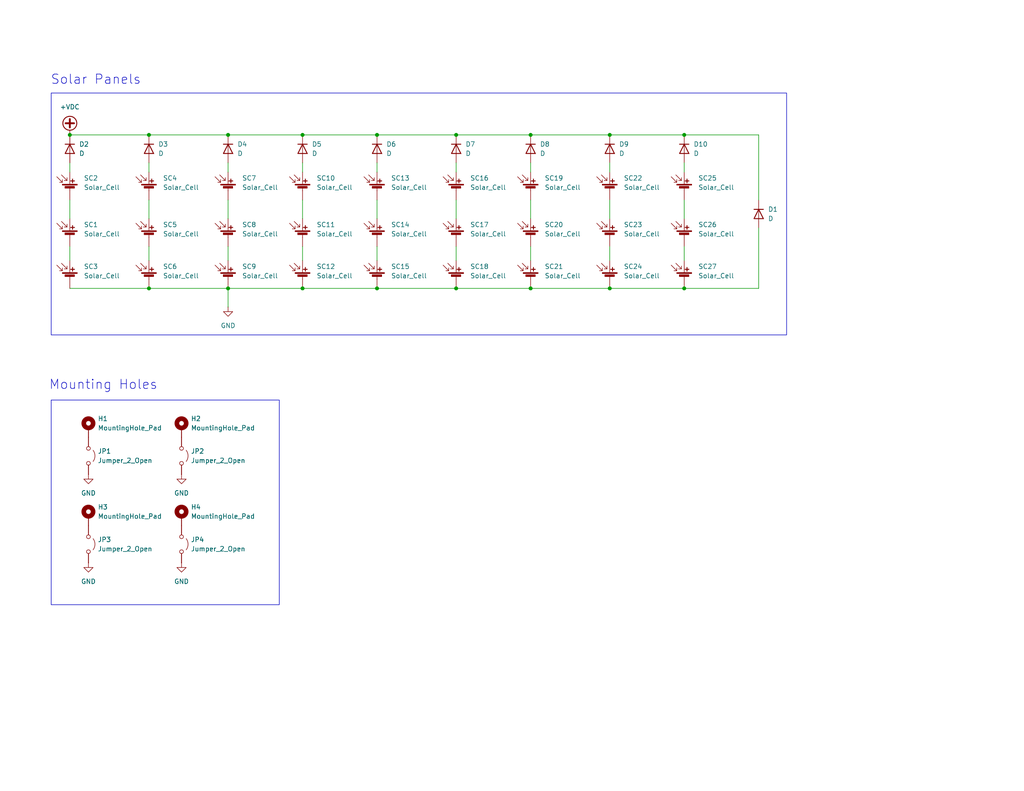
<source format=kicad_sch>
(kicad_sch (version 20231120) (generator "eeschema") (generator_version "8.0")
  (paper "USLetter")
  (title_block (title "1U Panels") (date "2024-08-10") (rev "0.1") (company "CalgarytoSpace"))
  (lib_symbols
    (symbol "Device:D" (pin_numbers hide) (pin_names (offset 1.016) hide)
      (property "Reference" "D" (at 0 2.54 0))
      (property "Value" "D" (at 0 -2.54 0))
      (symbol "D_0_1"
        (polyline (pts (xy -1.27 1.27) (xy -1.27 -1.27)) (stroke (width 0.254)))
        (polyline (pts (xy 1.27 0) (xy -1.27 0)))
        (polyline (pts (xy 1.27 1.27) (xy 1.27 -1.27) (xy -1.27 0) (xy 1.27 1.27)) (stroke (width 0.254)))
      )
      (symbol "D_1_1"
        (pin passive line (at -3.81 0 0) (length 2.54) (name "K") (number "1"))
        (pin passive line (at 3.81 0 180) (length 2.54) (name "A") (number "2"))
      )
    )
    (symbol "Device:Solar_Cell" (pin_numbers hide) (pin_names (offset 0) hide)
      (property "Reference" "SC" (at 2.54 2.54 0))
      (property "Value" "Solar_Cell" (at 2.54 0 0))
      (symbol "Solar_Cell_0_1"
        (rectangle (start -2.032 1.778) (end 2.032 1.524) (fill (type outline)))
        (rectangle (start -1.3208 1.1938) (end 1.27 0.6858) (fill (type outline)))
        (polyline (pts (xy -2.032 2.286) (xy -3.556 3.81)))
        (polyline (pts (xy -0.762 2.794) (xy -2.286 4.318)))
        (polyline (pts (xy 0 0.762) (xy 0 0)))
        (polyline (pts (xy 0 1.778) (xy 0 2.54)))
        (polyline (pts (xy 0.254 2.667) (xy 1.27 2.667)) (stroke (width 0.254)))
        (polyline (pts (xy 0.762 3.175) (xy 0.762 2.159)) (stroke (width 0.254)))
        (polyline (pts (xy -2.032 3.048) (xy -2.032 2.286) (xy -2.794 2.286)))
        (polyline (pts (xy -0.762 3.556) (xy -0.762 2.794) (xy -1.524 2.794)))
      )
      (symbol "Solar_Cell_1_1"
        (pin passive line (at 0 5.08 270) (length 2.54) (name "+") (number "1"))
        (pin passive line (at 0 -2.54 90) (length 2.54) (name "-") (number "2"))
      )
    )
    (symbol "Jumper:Jumper_2_Open" (pin_numbers hide) (pin_names (offset 0) hide) (exclude_from_sim yes)
      (property "Reference" "JP" (at 0 2.794 0))
      (property "Value" "Jumper_2_Open" (at 0 -2.286 0))
      (symbol "Jumper_2_Open_0_0"
        (circle (center -2.032 0) (radius 0.508))
        (circle (center 2.032 0) (radius 0.508))
      )
      (symbol "Jumper_2_Open_0_1"
        (arc (start 1.524 1.27) (mid 0 1.778) (end -1.524 1.27))
      )
      (symbol "Jumper_2_Open_1_1"
        (pin passive line (at -5.08 0 0) (length 2.54) (name "A") (number "1"))
        (pin passive line (at 5.08 0 180) (length 2.54) (name "B") (number "2"))
      )
    )
    (symbol "Mechanical:MountingHole_Pad" (pin_numbers hide) (pin_names (offset 1.016) hide) (exclude_from_sim yes) (in_bom no)
      (property "Reference" "H" (at 0 6.35 0))
      (property "Value" "MountingHole_Pad" (at 0 4.445 0))
      (symbol "MountingHole_Pad_0_1"
        (circle (center 0 1.27) (radius 1.27) (stroke (width 1.27)))
      )
      (symbol "MountingHole_Pad_1_1"
        (pin input line (at 0 -2.54 90) (length 2.54) (name "1") (number "1"))
      )
    )
    (symbol "power:+VDC" (power) (pin_numbers hide) (pin_names (offset 0) hide)
      (property "Value" "+VDC" (at 0 6.35 0))
      (symbol "+VDC_0_1"
        (polyline (pts (xy -1.143 3.175) (xy 1.143 3.175)) (stroke (width 0.508)))
        (polyline (pts (xy 0 0) (xy 0 1.27)))
        (polyline (pts (xy 0 2.032) (xy 0 4.318)) (stroke (width 0.508)))
        (circle (center 0 3.175) (radius 1.905) (stroke (width 0.254)))
      )
      (symbol "+VDC_1_1"
        (pin power_in line (at 0 0 90) (length 0) (name "~") (number "1"))
      )
    )
    (symbol "power:GND" (power) (pin_numbers hide) (pin_names (offset 0) hide)
      (property "Value" "GND" (at 0 -3.81 0))
      (symbol "GND_0_1"
        (polyline (pts (xy 0 0) (xy 0 -1.27) (xy 1.27 -1.27) (xy 0 -2.54) (xy -1.27 -1.27) (xy 0 -1.27)))
      )
      (symbol "GND_1_1"
        (pin power_in line (at 0 0 270) (length 0) (name "~") (number "1"))
      )
    )
  )
  (junction (at 82.55 36.83))
  (junction (at 40.64 78.74))
  (junction (at 62.23 78.74))
  (junction (at 166.37 36.83))
  (junction (at 19.05 36.83))
  (junction (at 186.69 78.74))
  (junction (at 144.78 36.83))
  (junction (at 186.69 36.83))
  (junction (at 144.78 78.74))
  (junction (at 82.55 78.74))
  (junction (at 62.23 36.83))
  (junction (at 124.46 78.74))
  (junction (at 166.37 78.74))
  (junction (at 102.87 78.74))
  (junction (at 102.87 36.83))
  (junction (at 124.46 36.83))
  (junction (at 40.64 36.83))
  (wire (pts (xy 82.55 78.74) (xy 102.87 78.74)))
  (wire (pts (xy 40.64 54.61) (xy 40.64 59.69)))
  (wire (pts (xy 102.87 67.31) (xy 102.87 71.12)))
  (wire (pts (xy 40.64 44.45) (xy 40.64 46.99)))
  (wire (pts (xy 166.37 78.74) (xy 186.69 78.74)))
  (wire (pts (xy 82.55 67.31) (xy 82.55 71.12)))
  (wire (pts (xy 186.69 54.61) (xy 186.69 59.69)))
  (wire (pts (xy 166.37 36.83) (xy 186.69 36.83)))
  (wire (pts (xy 166.37 44.45) (xy 166.37 46.99)))
  (wire (pts (xy 40.64 36.83) (xy 62.23 36.83)))
  (wire (pts (xy 207.01 62.23) (xy 207.01 78.74)))
  (wire (pts (xy 62.23 54.61) (xy 62.23 59.69)))
  (wire (pts (xy 19.05 54.61) (xy 19.05 59.69)))
  (wire (pts (xy 40.64 78.74) (xy 62.23 78.74)))
  (wire (pts (xy 62.23 67.31) (xy 62.23 71.12)))
  (wire (pts (xy 19.05 36.83) (xy 40.64 36.83)))
  (wire (pts (xy 102.87 54.61) (xy 102.87 59.69)))
  (wire (pts (xy 144.78 67.31) (xy 144.78 71.12)))
  (wire (pts (xy 102.87 44.45) (xy 102.87 46.99)))
  (wire (pts (xy 207.01 36.83) (xy 207.01 54.61)))
  (wire (pts (xy 166.37 54.61) (xy 166.37 59.69)))
  (wire (pts (xy 186.69 36.83) (xy 207.01 36.83)))
  (wire (pts (xy 82.55 44.45) (xy 82.55 46.99)))
  (wire (pts (xy 62.23 78.74) (xy 62.23 83.82)))
  (wire (pts (xy 62.23 78.74) (xy 82.55 78.74)))
  (wire (pts (xy 144.78 78.74) (xy 166.37 78.74)))
  (wire (pts (xy 102.87 36.83) (xy 124.46 36.83)))
  (wire (pts (xy 82.55 54.61) (xy 82.55 59.69)))
  (wire (pts (xy 186.69 44.45) (xy 186.69 46.99)))
  (wire (pts (xy 207.01 78.74) (xy 186.69 78.74)))
  (wire (pts (xy 124.46 36.83) (xy 144.78 36.83)))
  (wire (pts (xy 19.05 44.45) (xy 19.05 46.99)))
  (wire (pts (xy 186.69 67.31) (xy 186.69 71.12)))
  (wire (pts (xy 19.05 78.74) (xy 40.64 78.74)))
  (wire (pts (xy 124.46 78.74) (xy 144.78 78.74)))
  (wire (pts (xy 144.78 36.83) (xy 166.37 36.83)))
  (wire (pts (xy 102.87 78.74) (xy 124.46 78.74)))
  (wire (pts (xy 19.05 67.31) (xy 19.05 71.12)))
  (wire (pts (xy 40.64 67.31) (xy 40.64 71.12)))
  (wire (pts (xy 144.78 44.45) (xy 144.78 46.99)))
  (wire (pts (xy 124.46 67.31) (xy 124.46 71.12)))
  (wire (pts (xy 62.23 44.45) (xy 62.23 46.99)))
  (wire (pts (xy 62.23 36.83) (xy 82.55 36.83)))
  (wire (pts (xy 124.46 44.45) (xy 124.46 46.99)))
  (wire (pts (xy 144.78 54.61) (xy 144.78 59.69)))
  (wire (pts (xy 124.46 54.61) (xy 124.46 59.69)))
  (wire (pts (xy 166.37 67.31) (xy 166.37 71.12)))
  (wire (pts (xy 82.55 36.83) (xy 102.87 36.83)))
  (rectangle (start 13.97 109.22) (end 76.2 165.1))
  (rectangle (start 13.97 25.4) (end 214.63 91.44))
  (text "Solar Panels\n" (at 26.162 21.844 0) (effects (font (size 2.54 2.54))))
  (text "Mounting Holes" (at 28.194 105.156 0) (effects (font (size 2.54 2.54))))
  (symbol (lib_id "power:GND") (at 24.13 129.54 0) (unit 1)
    (property "Reference" "#PWR03" (effects (hide yes)))
    (property "Value" "GND" (at 24.13 134.62 0))
    (property "Description" "Power symbol creates a global label with name \"GND\" , ground" (effects (hide yes)))
  )
  (symbol (lib_id "Device:D") (at 166.37 40.64 270) (unit 1)
    (property "Reference" "D9" (at 168.91 39.3699 90) (effects (justify left)))
    (property "Value" "D" (at 168.91 41.9099 90) (effects (justify left)))
    (property "Description" "Diode" (effects (hide yes)))
    (property "Sim.Device" "D" (effects (hide yes)))
    (property "Sim.Pins" "1=K 2=A" (effects (hide yes)))
  )
  (symbol (lib_id "Mechanical:MountingHole_Pad") (at 49.53 116.84 0) (unit 1) (exclude_from_sim yes) (in_bom no)
    (property "Reference" "H2" (at 52.07 114.2999 0) (effects (justify left)))
    (property "Value" "MountingHole_Pad" (at 52.07 116.8399 0) (effects (justify left)))
    (property "Description" "Mounting Hole with connection" (effects (hide yes)))
  )
  (symbol (lib_id "Device:Solar_Cell") (at 82.55 52.07 0) (unit 1)
    (property "Reference" "SC10" (at 86.36 48.6409 0) (effects (justify left)))
    (property "Value" "Solar_Cell" (at 86.36 51.1809 0) (effects (justify left)))
    (property "Description" "Single solar cell" (effects (hide yes)))
  )
  (symbol (lib_id "Device:D") (at 124.46 40.64 270) (unit 1)
    (property "Reference" "D7" (at 127 39.3699 90) (effects (justify left)))
    (property "Value" "D" (at 127 41.9099 90) (effects (justify left)))
    (property "Description" "Diode" (effects (hide yes)))
    (property "Sim.Device" "D" (effects (hide yes)))
    (property "Sim.Pins" "1=K 2=A" (effects (hide yes)))
  )
  (symbol (lib_id "Device:Solar_Cell") (at 62.23 64.77 0) (unit 1)
    (property "Reference" "SC8" (at 66.04 61.3409 0) (effects (justify left)))
    (property "Value" "Solar_Cell" (at 66.04 63.8809 0) (effects (justify left)))
    (property "Description" "Single solar cell" (effects (hide yes)))
  )
  (symbol (lib_id "Jumper:Jumper_2_Open") (at 24.13 148.59 270) (unit 1) (exclude_from_sim yes)
    (property "Reference" "JP3" (at 26.67 147.3199 90) (effects (justify left)))
    (property "Value" "Jumper_2_Open" (at 26.67 149.8599 90) (effects (justify left)))
    (property "Description" "Jumper, 2-pole, open" (effects (hide yes)))
  )
  (symbol (lib_id "Device:Solar_Cell") (at 186.69 64.77 0) (unit 1)
    (property "Reference" "SC26" (at 190.5 61.3409 0) (effects (justify left)))
    (property "Value" "Solar_Cell" (at 190.5 63.8809 0) (effects (justify left)))
    (property "Description" "Single solar cell" (effects (hide yes)))
  )
  (symbol (lib_id "Device:D") (at 207.01 58.42 270) (unit 1)
    (property "Reference" "D1" (at 209.55 57.1499 90) (effects (justify left)))
    (property "Value" "D" (at 209.55 59.6899 90) (effects (justify left)))
    (property "Description" "Diode" (effects (hide yes)))
    (property "Sim.Device" "D" (effects (hide yes)))
    (property "Sim.Pins" "1=K 2=A" (effects (hide yes)))
  )
  (symbol (lib_id "Device:Solar_Cell") (at 166.37 64.77 0) (unit 1)
    (property "Reference" "SC23" (at 170.18 61.3409 0) (effects (justify left)))
    (property "Value" "Solar_Cell" (at 170.18 63.8809 0) (effects (justify left)))
    (property "Description" "Single solar cell" (effects (hide yes)))
  )
  (symbol (lib_id "Device:Solar_Cell") (at 144.78 64.77 0) (unit 1)
    (property "Reference" "SC20" (at 148.59 61.3409 0) (effects (justify left)))
    (property "Value" "Solar_Cell" (at 148.59 63.8809 0) (effects (justify left)))
    (property "Description" "Single solar cell" (effects (hide yes)))
  )
  (symbol (lib_id "Device:Solar_Cell") (at 186.69 52.07 0) (unit 1)
    (property "Reference" "SC25" (at 190.5 48.6409 0) (effects (justify left)))
    (property "Value" "Solar_Cell" (at 190.5 51.1809 0) (effects (justify left)))
    (property "Description" "Single solar cell" (effects (hide yes)))
  )
  (symbol (lib_id "Device:Solar_Cell") (at 102.87 64.77 0) (unit 1)
    (property "Reference" "SC14" (at 106.68 61.3409 0) (effects (justify left)))
    (property "Value" "Solar_Cell" (at 106.68 63.8809 0) (effects (justify left)))
    (property "Description" "Single solar cell" (effects (hide yes)))
  )
  (symbol (lib_id "Device:Solar_Cell") (at 40.64 76.2 0) (unit 1)
    (property "Reference" "SC6" (at 44.45 72.7709 0) (effects (justify left)))
    (property "Value" "Solar_Cell" (at 44.45 75.3109 0) (effects (justify left)))
    (property "Description" "Single solar cell" (effects (hide yes)))
  )
  (symbol (lib_id "Device:Solar_Cell") (at 102.87 76.2 0) (unit 1)
    (property "Reference" "SC15" (at 106.68 72.7709 0) (effects (justify left)))
    (property "Value" "Solar_Cell" (at 106.68 75.3109 0) (effects (justify left)))
    (property "Description" "Single solar cell" (effects (hide yes)))
  )
  (symbol (lib_id "Mechanical:MountingHole_Pad") (at 24.13 116.84 0) (unit 1) (exclude_from_sim yes) (in_bom no)
    (property "Reference" "H1" (at 26.67 114.2999 0) (effects (justify left)))
    (property "Value" "MountingHole_Pad" (at 26.67 116.8399 0) (effects (justify left)))
    (property "Description" "Mounting Hole with connection" (effects (hide yes)))
  )
  (symbol (lib_id "Mechanical:MountingHole_Pad") (at 24.13 140.97 0) (unit 1) (exclude_from_sim yes) (in_bom no)
    (property "Reference" "H3" (at 26.67 138.4299 0) (effects (justify left)))
    (property "Value" "MountingHole_Pad" (at 26.67 140.9699 0) (effects (justify left)))
    (property "Description" "Mounting Hole with connection" (effects (hide yes)))
  )
  (symbol (lib_id "Device:Solar_Cell") (at 40.64 52.07 0) (unit 1)
    (property "Reference" "SC4" (at 44.45 48.6409 0) (effects (justify left)))
    (property "Value" "Solar_Cell" (at 44.45 51.1809 0) (effects (justify left)))
    (property "Description" "Single solar cell" (effects (hide yes)))
  )
  (symbol (lib_id "Device:D") (at 144.78 40.64 270) (unit 1)
    (property "Reference" "D8" (at 147.32 39.3699 90) (effects (justify left)))
    (property "Value" "D" (at 147.32 41.9099 90) (effects (justify left)))
    (property "Description" "Diode" (effects (hide yes)))
    (property "Sim.Device" "D" (effects (hide yes)))
    (property "Sim.Pins" "1=K 2=A" (effects (hide yes)))
  )
  (symbol (lib_id "Mechanical:MountingHole_Pad") (at 49.53 140.97 0) (unit 1) (exclude_from_sim yes) (in_bom no)
    (property "Reference" "H4" (at 52.07 138.4299 0) (effects (justify left)))
    (property "Value" "MountingHole_Pad" (at 52.07 140.9699 0) (effects (justify left)))
    (property "Description" "Mounting Hole with connection" (effects (hide yes)))
  )
  (symbol (lib_id "Device:D") (at 186.69 40.64 270) (unit 1)
    (property "Reference" "D10" (at 189.23 39.3699 90) (effects (justify left)))
    (property "Value" "D" (at 189.23 41.9099 90) (effects (justify left)))
    (property "Description" "Diode" (effects (hide yes)))
    (property "Sim.Device" "D" (effects (hide yes)))
    (property "Sim.Pins" "1=K 2=A" (effects (hide yes)))
  )
  (symbol (lib_id "Device:Solar_Cell") (at 166.37 76.2 0) (unit 1)
    (property "Reference" "SC24" (at 170.18 72.7709 0) (effects (justify left)))
    (property "Value" "Solar_Cell" (at 170.18 75.3109 0) (effects (justify left)))
    (property "Description" "Single solar cell" (effects (hide yes)))
  )
  (symbol (lib_id "power:+VDC") (at 19.05 36.83 0) (unit 1)
    (property "Reference" "#PWR02" (effects (hide yes)))
    (property "Value" "+VDC" (at 19.05 29.21 0))
    (property "Description" "Power symbol creates a global label with name \"+VDC\"" (effects (hide yes)))
  )
  (symbol (lib_id "power:GND") (at 62.23 83.82 0) (unit 1)
    (property "Reference" "#PWR01" (effects (hide yes)))
    (property "Value" "GND" (at 62.23 88.9 0))
    (property "Description" "Power symbol creates a global label with name \"GND\" , ground" (effects (hide yes)))
  )
  (symbol (lib_id "Device:D") (at 102.87 40.64 270) (unit 1)
    (property "Reference" "D6" (at 105.41 39.3699 90) (effects (justify left)))
    (property "Value" "D" (at 105.41 41.9099 90) (effects (justify left)))
    (property "Description" "Diode" (effects (hide yes)))
    (property "Sim.Device" "D" (effects (hide yes)))
    (property "Sim.Pins" "1=K 2=A" (effects (hide yes)))
  )
  (symbol (lib_id "Device:D") (at 82.55 40.64 270) (unit 1)
    (property "Reference" "D5" (at 85.09 39.3699 90) (effects (justify left)))
    (property "Value" "D" (at 85.09 41.9099 90) (effects (justify left)))
    (property "Description" "Diode" (effects (hide yes)))
    (property "Sim.Device" "D" (effects (hide yes)))
    (property "Sim.Pins" "1=K 2=A" (effects (hide yes)))
  )
  (symbol (lib_id "Device:D") (at 62.23 40.64 270) (unit 1)
    (property "Reference" "D4" (at 64.77 39.3699 90) (effects (justify left)))
    (property "Value" "D" (at 64.77 41.9099 90) (effects (justify left)))
    (property "Description" "Diode" (effects (hide yes)))
    (property "Sim.Device" "D" (effects (hide yes)))
    (property "Sim.Pins" "1=K 2=A" (effects (hide yes)))
  )
  (symbol (lib_id "Device:Solar_Cell") (at 19.05 64.77 0) (unit 1)
    (property "Reference" "SC1" (at 22.86 61.3409 0) (effects (justify left)))
    (property "Value" "Solar_Cell" (at 22.86 63.8809 0) (effects (justify left)))
    (property "Description" "Single solar cell" (effects (hide yes)))
  )
  (symbol (lib_id "Device:Solar_Cell") (at 186.69 76.2 0) (unit 1)
    (property "Reference" "SC27" (at 190.5 72.7709 0) (effects (justify left)))
    (property "Value" "Solar_Cell" (at 190.5 75.3109 0) (effects (justify left)))
    (property "Description" "Single solar cell" (effects (hide yes)))
  )
  (symbol (lib_id "Device:Solar_Cell") (at 124.46 64.77 0) (unit 1)
    (property "Reference" "SC17" (at 128.27 61.3409 0) (effects (justify left)))
    (property "Value" "Solar_Cell" (at 128.27 63.8809 0) (effects (justify left)))
    (property "Description" "Single solar cell" (effects (hide yes)))
  )
  (symbol (lib_id "power:GND") (at 49.53 129.54 0) (unit 1)
    (property "Reference" "#PWR04" (effects (hide yes)))
    (property "Value" "GND" (at 49.53 134.62 0))
    (property "Description" "Power symbol creates a global label with name \"GND\" , ground" (effects (hide yes)))
  )
  (symbol (lib_id "Device:D") (at 19.05 40.64 270) (unit 1)
    (property "Reference" "D2" (at 21.59 39.3699 90) (effects (justify left)))
    (property "Value" "D" (at 21.59 41.9099 90) (effects (justify left)))
    (property "Description" "Diode" (effects (hide yes)))
    (property "Sim.Device" "D" (effects (hide yes)))
    (property "Sim.Pins" "1=K 2=A" (effects (hide yes)))
  )
  (symbol (lib_id "Device:Solar_Cell") (at 82.55 76.2 0) (unit 1)
    (property "Reference" "SC12" (at 86.36 72.7709 0) (effects (justify left)))
    (property "Value" "Solar_Cell" (at 86.36 75.3109 0) (effects (justify left)))
    (property "Description" "Single solar cell" (effects (hide yes)))
  )
  (symbol (lib_id "Jumper:Jumper_2_Open") (at 49.53 124.46 270) (unit 1) (exclude_from_sim yes)
    (property "Reference" "JP2" (at 52.07 123.1899 90) (effects (justify left)))
    (property "Value" "Jumper_2_Open" (at 52.07 125.7299 90) (effects (justify left)))
    (property "Description" "Jumper, 2-pole, open" (effects (hide yes)))
  )
  (symbol (lib_id "Device:Solar_Cell") (at 144.78 76.2 0) (unit 1)
    (property "Reference" "SC21" (at 148.59 72.7709 0) (effects (justify left)))
    (property "Value" "Solar_Cell" (at 148.59 75.3109 0) (effects (justify left)))
    (property "Description" "Single solar cell" (effects (hide yes)))
  )
  (symbol (lib_id "power:GND") (at 49.53 153.67 0) (unit 1)
    (property "Reference" "#PWR06" (effects (hide yes)))
    (property "Value" "GND" (at 49.53 158.75 0))
    (property "Description" "Power symbol creates a global label with name \"GND\" , ground" (effects (hide yes)))
  )
  (symbol (lib_id "Device:Solar_Cell") (at 102.87 52.07 0) (unit 1)
    (property "Reference" "SC13" (at 106.68 48.6409 0) (effects (justify left)))
    (property "Value" "Solar_Cell" (at 106.68 51.1809 0) (effects (justify left)))
    (property "Description" "Single solar cell" (effects (hide yes)))
  )
  (symbol (lib_id "Device:Solar_Cell") (at 19.05 52.07 0) (unit 1)
    (property "Reference" "SC2" (at 22.86 48.6409 0) (effects (justify left)))
    (property "Value" "Solar_Cell" (at 22.86 51.1809 0) (effects (justify left)))
    (property "Description" "Single solar cell" (effects (hide yes)))
  )
  (symbol (lib_id "Device:Solar_Cell") (at 19.05 76.2 0) (unit 1)
    (property "Reference" "SC3" (at 22.86 72.7709 0) (effects (justify left)))
    (property "Value" "Solar_Cell" (at 22.86 75.3109 0) (effects (justify left)))
    (property "Description" "Single solar cell" (effects (hide yes)))
  )
  (symbol (lib_id "Device:Solar_Cell") (at 82.55 64.77 0) (unit 1)
    (property "Reference" "SC11" (at 86.36 61.3409 0) (effects (justify left)))
    (property "Value" "Solar_Cell" (at 86.36 63.8809 0) (effects (justify left)))
    (property "Description" "Single solar cell" (effects (hide yes)))
  )
  (symbol (lib_id "Device:Solar_Cell") (at 144.78 52.07 0) (unit 1)
    (property "Reference" "SC19" (at 148.59 48.6409 0) (effects (justify left)))
    (property "Value" "Solar_Cell" (at 148.59 51.1809 0) (effects (justify left)))
    (property "Description" "Single solar cell" (effects (hide yes)))
  )
  (symbol (lib_id "Jumper:Jumper_2_Open") (at 49.53 148.59 270) (unit 1) (exclude_from_sim yes)
    (property "Reference" "JP4" (at 52.07 147.3199 90) (effects (justify left)))
    (property "Value" "Jumper_2_Open" (at 52.07 149.8599 90) (effects (justify left)))
    (property "Description" "Jumper, 2-pole, open" (effects (hide yes)))
  )
  (symbol (lib_id "Device:Solar_Cell") (at 62.23 52.07 0) (unit 1)
    (property "Reference" "SC7" (at 66.04 48.6409 0) (effects (justify left)))
    (property "Value" "Solar_Cell" (at 66.04 51.1809 0) (effects (justify left)))
    (property "Description" "Single solar cell" (effects (hide yes)))
  )
  (symbol (lib_id "Device:Solar_Cell") (at 166.37 52.07 0) (unit 1)
    (property "Reference" "SC22" (at 170.18 48.6409 0) (effects (justify left)))
    (property "Value" "Solar_Cell" (at 170.18 51.1809 0) (effects (justify left)))
    (property "Description" "Single solar cell" (effects (hide yes)))
  )
  (symbol (lib_id "Jumper:Jumper_2_Open") (at 24.13 124.46 270) (unit 1) (exclude_from_sim yes)
    (property "Reference" "JP1" (at 26.67 123.1899 90) (effects (justify left)))
    (property "Value" "Jumper_2_Open" (at 26.67 125.7299 90) (effects (justify left)))
    (property "Description" "Jumper, 2-pole, open" (effects (hide yes)))
  )
  (symbol (lib_id "power:GND") (at 24.13 153.67 0) (unit 1)
    (property "Reference" "#PWR05" (effects (hide yes)))
    (property "Value" "GND" (at 24.13 158.75 0))
    (property "Description" "Power symbol creates a global label with name \"GND\" , ground" (effects (hide yes)))
  )
  (symbol (lib_id "Device:D") (at 40.64 40.64 270) (unit 1)
    (property "Reference" "D3" (at 43.18 39.3699 90) (effects (justify left)))
    (property "Value" "D" (at 43.18 41.9099 90) (effects (justify left)))
    (property "Description" "Diode" (effects (hide yes)))
    (property "Sim.Device" "D" (effects (hide yes)))
    (property "Sim.Pins" "1=K 2=A" (effects (hide yes)))
  )
  (symbol (lib_id "Device:Solar_Cell") (at 124.46 52.07 0) (unit 1)
    (property "Reference" "SC16" (at 128.27 48.6409 0) (effects (justify left)))
    (property "Value" "Solar_Cell" (at 128.27 51.1809 0) (effects (justify left)))
    (property "Description" "Single solar cell" (effects (hide yes)))
  )
  (symbol (lib_id "Device:Solar_Cell") (at 124.46 76.2 0) (unit 1)
    (property "Reference" "SC18" (at 128.27 72.7709 0) (effects (justify left)))
    (property "Value" "Solar_Cell" (at 128.27 75.3109 0) (effects (justify left)))
    (property "Description" "Single solar cell" (effects (hide yes)))
  )
  (symbol (lib_id "Device:Solar_Cell") (at 40.64 64.77 0) (unit 1)
    (property "Reference" "SC5" (at 44.45 61.3409 0) (effects (justify left)))
    (property "Value" "Solar_Cell" (at 44.45 63.8809 0) (effects (justify left)))
    (property "Description" "Single solar cell" (effects (hide yes)))
  )
  (symbol (lib_id "Device:Solar_Cell") (at 62.23 76.2 0) (unit 1)
    (property "Reference" "SC9" (at 66.04 72.7709 0) (effects (justify left)))
    (property "Value" "Solar_Cell" (at 66.04 75.3109 0) (effects (justify left)))
    (property "Description" "Single solar cell" (effects (hide yes)))
  )
)
</source>
